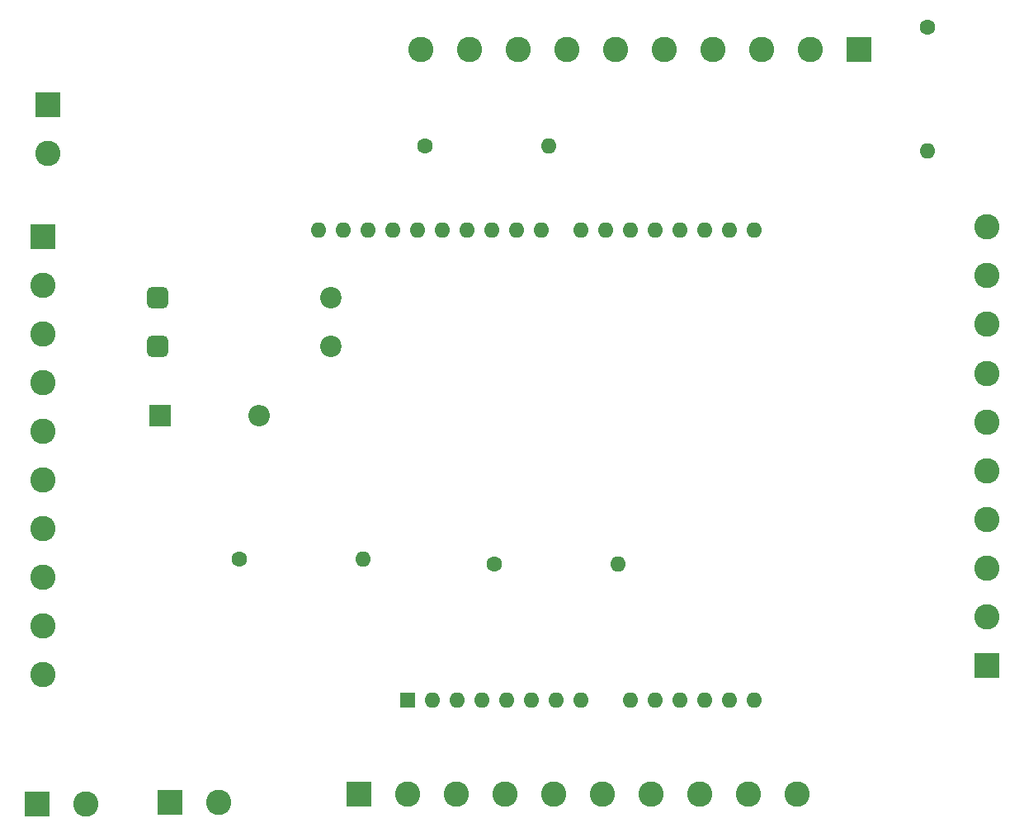
<source format=gbr>
%TF.GenerationSoftware,KiCad,Pcbnew,7.0.8*%
%TF.CreationDate,2023-11-07T11:30:32+01:00*%
%TF.ProjectId,Schield,53636869-656c-4642-9e6b-696361645f70,rev?*%
%TF.SameCoordinates,Original*%
%TF.FileFunction,Soldermask,Bot*%
%TF.FilePolarity,Negative*%
%FSLAX46Y46*%
G04 Gerber Fmt 4.6, Leading zero omitted, Abs format (unit mm)*
G04 Created by KiCad (PCBNEW 7.0.8) date 2023-11-07 11:30:32*
%MOMM*%
%LPD*%
G01*
G04 APERTURE LIST*
G04 Aperture macros list*
%AMRoundRect*
0 Rectangle with rounded corners*
0 $1 Rounding radius*
0 $2 $3 $4 $5 $6 $7 $8 $9 X,Y pos of 4 corners*
0 Add a 4 corners polygon primitive as box body*
4,1,4,$2,$3,$4,$5,$6,$7,$8,$9,$2,$3,0*
0 Add four circle primitives for the rounded corners*
1,1,$1+$1,$2,$3*
1,1,$1+$1,$4,$5*
1,1,$1+$1,$6,$7*
1,1,$1+$1,$8,$9*
0 Add four rect primitives between the rounded corners*
20,1,$1+$1,$2,$3,$4,$5,0*
20,1,$1+$1,$4,$5,$6,$7,0*
20,1,$1+$1,$6,$7,$8,$9,0*
20,1,$1+$1,$8,$9,$2,$3,0*%
G04 Aperture macros list end*
%ADD10R,2.600000X2.600000*%
%ADD11C,2.600000*%
%ADD12C,1.600000*%
%ADD13O,1.600000X1.600000*%
%ADD14R,1.600000X1.600000*%
%ADD15RoundRect,0.550000X-0.550000X-0.550000X0.550000X-0.550000X0.550000X0.550000X-0.550000X0.550000X0*%
%ADD16C,2.200000*%
%ADD17R,2.200000X2.200000*%
%ADD18O,2.200000X2.200000*%
G04 APERTURE END LIST*
D10*
%TO.C,Z_Axis1*%
X270256000Y-151332000D03*
D11*
X270256000Y-146332000D03*
X270256000Y-141332000D03*
X270256000Y-136332000D03*
X270256000Y-131332000D03*
X270256000Y-126332000D03*
X270256000Y-121332000D03*
X270256000Y-116332000D03*
X270256000Y-111332000D03*
X270256000Y-106332000D03*
%TD*%
D12*
%TO.C,R4*%
X219710000Y-140970000D03*
D13*
X232410000Y-140970000D03*
%TD*%
D12*
%TO.C,R1*%
X193548000Y-140462000D03*
D13*
X206248000Y-140462000D03*
%TD*%
D10*
%TO.C,Y_Axis1*%
X257142000Y-88138000D03*
D11*
X252142000Y-88138000D03*
X247142000Y-88138000D03*
X242142000Y-88138000D03*
X237142000Y-88138000D03*
X232142000Y-88138000D03*
X227142000Y-88138000D03*
X222142000Y-88138000D03*
X217142000Y-88138000D03*
X212142000Y-88138000D03*
%TD*%
D12*
%TO.C,R2*%
X212598000Y-98044000D03*
D13*
X225298000Y-98044000D03*
%TD*%
D10*
%TO.C,gripper1*%
X205820000Y-164592000D03*
D11*
X210820000Y-164592000D03*
X215820000Y-164592000D03*
X220820000Y-164592000D03*
X225820000Y-164592000D03*
X230820000Y-164592000D03*
X235820000Y-164592000D03*
X240820000Y-164592000D03*
X245820000Y-164592000D03*
X250820000Y-164592000D03*
%TD*%
D10*
%TO.C,InConv1*%
X172800000Y-165608000D03*
D11*
X177800000Y-165608000D03*
%TD*%
D14*
%TO.C,A1*%
X210820000Y-154940000D03*
D13*
X213360000Y-154940000D03*
X215900000Y-154940000D03*
X218440000Y-154940000D03*
X220980000Y-154940000D03*
X223520000Y-154940000D03*
X226060000Y-154940000D03*
X228600000Y-154940000D03*
X233680000Y-154940000D03*
X236220000Y-154940000D03*
X238760000Y-154940000D03*
X241300000Y-154940000D03*
X243840000Y-154940000D03*
X246380000Y-154940000D03*
X246380000Y-106680000D03*
X243840000Y-106680000D03*
X241300000Y-106680000D03*
X238760000Y-106680000D03*
X236220000Y-106680000D03*
X233680000Y-106680000D03*
X231140000Y-106680000D03*
X228600000Y-106680000D03*
X224540000Y-106680000D03*
X222000000Y-106680000D03*
X219460000Y-106680000D03*
X216920000Y-106680000D03*
X214380000Y-106680000D03*
X211840000Y-106680000D03*
X209300000Y-106680000D03*
X206760000Y-106680000D03*
X204220000Y-106680000D03*
X201680000Y-106680000D03*
%TD*%
D10*
%TO.C,OutConv1*%
X186476000Y-165405000D03*
D11*
X191476000Y-165405000D03*
%TD*%
D15*
%TO.C,F1*%
X185156000Y-113578000D03*
X185156000Y-118578000D03*
D16*
X202956000Y-113578000D03*
X202956000Y-118578000D03*
%TD*%
D10*
%TO.C,X_asis1*%
X173431000Y-107294000D03*
D11*
X173431000Y-112294000D03*
X173431000Y-117294000D03*
X173431000Y-122294000D03*
X173431000Y-127294000D03*
X173431000Y-132294000D03*
X173431000Y-137294000D03*
X173431000Y-142294000D03*
X173431000Y-147294000D03*
X173431000Y-152294000D03*
%TD*%
D12*
%TO.C,R3*%
X264160000Y-85852000D03*
D13*
X264160000Y-98552000D03*
%TD*%
D10*
%TO.C,PowerIn1*%
X173939000Y-93766000D03*
D11*
X173939000Y-98766000D03*
%TD*%
D17*
%TO.C,D1*%
X185420000Y-125730000D03*
D18*
X195580000Y-125730000D03*
%TD*%
M02*

</source>
